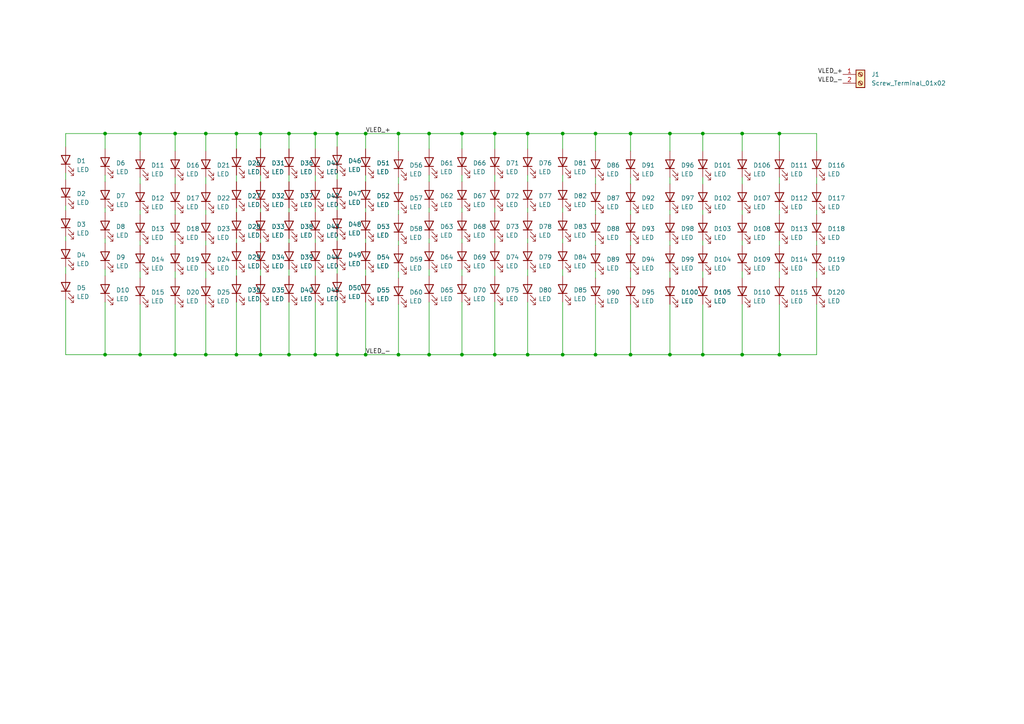
<source format=kicad_sch>
(kicad_sch (version 20230121) (generator eeschema)
  (paper "A4")
  (lib_symbols
    (symbol "Connector:Screw_Terminal_01x02" (pin_names (offset 1.016) hide)
      (property "Reference" "J" (at 0 2.54 0))
      (property "Value" "Screw_Terminal_01x02" (at 0 -5.08 0))
      (symbol "Screw_Terminal_01x02_1_1"
        (rectangle (start -1.27 1.27) (end 1.27 -3.81) (stroke (width 0.254)) (fill (type background)))
        (circle (center 0 -2.54) (radius 0.635) (stroke (width 0.1524)))
        (polyline (pts (xy -0.5334 -2.2098) (xy 0.3302 -3.048)) (stroke (width 0.1524)))
        (polyline (pts (xy -0.5334 0.3302) (xy 0.3302 -0.508)) (stroke (width 0.1524)))
        (polyline (pts (xy -0.3556 -2.032) (xy 0.508 -2.8702)) (stroke (width 0.1524)))
        (polyline (pts (xy -0.3556 0.508) (xy 0.508 -0.3302)) (stroke (width 0.1524)))
        (circle (center 0 0) (radius 0.635) (stroke (width 0.1524)))
        (pin passive line (at -5.08 0 0) (length 3.81) (name "Pin_1") (number "1"))
        (pin passive line (at -5.08 -2.54 0) (length 3.81) (name "Pin_2") (number "2"))
      )
    )
    (symbol "Device:LED" (pin_numbers hide) (pin_names (offset 1.016) hide)
      (property "Reference" "D" (at 0 2.54 0))
      (property "Value" "LED" (at 0 -2.54 0))
      (symbol "LED_0_1"
        (polyline (pts (xy -1.27 -1.27) (xy -1.27 1.27)) (stroke (width 0.254)))
        (polyline (pts (xy -1.27 0) (xy 1.27 0)))
        (polyline (pts (xy 1.27 -1.27) (xy 1.27 1.27) (xy -1.27 0) (xy 1.27 -1.27)) (stroke (width 0.254)))
        (polyline (pts (xy -3.048 -0.762) (xy -4.572 -2.286) (xy -3.81 -2.286) (xy -4.572 -2.286) (xy -4.572 -1.524)))
        (polyline (pts (xy -1.778 -0.762) (xy -3.302 -2.286) (xy -2.54 -2.286) (xy -3.302 -2.286) (xy -3.302 -1.524)))
      )
      (symbol "LED_1_1"
        (pin passive line (at -3.81 0 0) (length 2.54) (name "K") (number "1"))
        (pin passive line (at 3.81 0 180) (length 2.54) (name "A") (number "2"))
      )
    )
  )
  (junction (at 182.88 38.735))
  (junction (at 40.64 38.735))
  (junction (at 115.57 38.735))
  (junction (at 83.82 102.87))
  (junction (at 124.46 38.735))
  (junction (at 106.045 38.735))
  (junction (at 133.985 102.87))
  (junction (at 203.835 38.735))
  (junction (at 203.835 102.87))
  (junction (at 194.31 38.735))
  (junction (at 106.045 102.87))
  (junction (at 97.79 38.735))
  (junction (at 30.48 38.735))
  (junction (at 115.57 102.87))
  (junction (at 143.51 102.87))
  (junction (at 143.51 38.735))
  (junction (at 50.8 102.87))
  (junction (at 91.44 102.87))
  (junction (at 153.035 102.87))
  (junction (at 91.44 38.735))
  (junction (at 182.88 102.87))
  (junction (at 75.565 102.87))
  (junction (at 226.06 38.735))
  (junction (at 163.195 102.87))
  (junction (at 50.8 38.735))
  (junction (at 215.265 102.87))
  (junction (at 59.69 102.87))
  (junction (at 215.265 38.735))
  (junction (at 30.48 102.87))
  (junction (at 97.79 102.87))
  (junction (at 163.195 38.735))
  (junction (at 83.82 38.735))
  (junction (at 172.72 38.735))
  (junction (at 226.06 102.87))
  (junction (at 133.985 38.735))
  (junction (at 194.31 102.87))
  (junction (at 40.64 102.87))
  (junction (at 172.72 102.87))
  (junction (at 68.58 38.735))
  (junction (at 59.69 38.735))
  (junction (at 75.565 38.735))
  (junction (at 68.58 102.87))
  (junction (at 124.46 102.87))
  (junction (at 153.035 38.735))
  (wire (pts (xy 50.8 80.645) (xy 50.8 78.74)))
  (wire (pts (xy 124.46 52.705) (xy 124.46 50.8)))
  (wire (pts (xy 59.69 71.12) (xy 59.69 69.85)))
  (wire (pts (xy 226.06 62.23) (xy 226.06 60.96)))
  (wire (pts (xy 172.72 80.645) (xy 172.72 78.74)))
  (wire (pts (xy 97.79 102.87) (xy 106.045 102.87)))
  (wire (pts (xy 106.045 102.87) (xy 115.57 102.87)))
  (wire (pts (xy 106.045 87.63) (xy 106.045 102.87)))
  (wire (pts (xy 30.48 80.01) (xy 30.48 78.105)))
  (wire (pts (xy 30.48 52.705) (xy 30.48 50.8)))
  (wire (pts (xy 115.57 102.87) (xy 124.46 102.87)))
  (wire (pts (xy 133.985 102.87) (xy 143.51 102.87)))
  (wire (pts (xy 75.565 87.63) (xy 75.565 102.87)))
  (wire (pts (xy 172.72 53.34) (xy 172.72 51.435)))
  (wire (pts (xy 124.46 70.485) (xy 124.46 69.215)))
  (wire (pts (xy 215.265 71.12) (xy 215.265 69.85)))
  (wire (pts (xy 203.835 38.735) (xy 215.265 38.735)))
  (wire (pts (xy 143.51 80.01) (xy 143.51 78.105)))
  (wire (pts (xy 75.565 52.705) (xy 75.565 50.8)))
  (wire (pts (xy 75.565 61.595) (xy 75.565 60.325)))
  (wire (pts (xy 203.835 62.23) (xy 203.835 60.96)))
  (wire (pts (xy 97.79 38.735) (xy 106.045 38.735)))
  (wire (pts (xy 163.195 38.735) (xy 163.195 43.18)))
  (wire (pts (xy 133.985 80.01) (xy 133.985 78.105)))
  (wire (pts (xy 115.57 80.645) (xy 115.57 78.74)))
  (wire (pts (xy 75.565 38.735) (xy 83.82 38.735)))
  (wire (pts (xy 182.88 71.12) (xy 182.88 69.85)))
  (wire (pts (xy 68.58 102.87) (xy 75.565 102.87)))
  (wire (pts (xy 226.06 53.34) (xy 226.06 51.435)))
  (wire (pts (xy 124.46 87.63) (xy 124.46 102.87)))
  (wire (pts (xy 172.72 38.735) (xy 182.88 38.735)))
  (wire (pts (xy 30.48 102.87) (xy 40.64 102.87)))
  (wire (pts (xy 19.05 79.375) (xy 19.05 77.47)))
  (wire (pts (xy 40.64 71.12) (xy 40.64 69.85)))
  (wire (pts (xy 59.69 102.87) (xy 68.58 102.87)))
  (wire (pts (xy 182.88 38.735) (xy 194.31 38.735)))
  (wire (pts (xy 115.57 43.815) (xy 115.57 38.735)))
  (wire (pts (xy 182.88 62.23) (xy 182.88 60.96)))
  (wire (pts (xy 97.79 79.375) (xy 97.79 77.47)))
  (wire (pts (xy 236.855 53.34) (xy 236.855 51.435)))
  (wire (pts (xy 215.265 88.265) (xy 215.265 102.87)))
  (wire (pts (xy 172.72 71.12) (xy 172.72 69.85)))
  (wire (pts (xy 215.265 80.645) (xy 215.265 78.74)))
  (wire (pts (xy 194.31 38.735) (xy 203.835 38.735)))
  (wire (pts (xy 236.855 80.645) (xy 236.855 78.74)))
  (wire (pts (xy 19.05 38.735) (xy 30.48 38.735)))
  (wire (pts (xy 236.855 62.23) (xy 236.855 60.96)))
  (wire (pts (xy 194.31 88.265) (xy 194.31 102.87)))
  (wire (pts (xy 153.035 38.735) (xy 163.195 38.735)))
  (wire (pts (xy 124.46 61.595) (xy 124.46 60.325)))
  (wire (pts (xy 133.985 38.735) (xy 133.985 43.18)))
  (wire (pts (xy 203.835 80.645) (xy 203.835 78.74)))
  (wire (pts (xy 115.57 88.265) (xy 115.57 102.87)))
  (wire (pts (xy 68.58 80.01) (xy 68.58 78.105)))
  (wire (pts (xy 83.82 38.735) (xy 91.44 38.735)))
  (wire (pts (xy 19.05 69.85) (xy 19.05 68.58)))
  (wire (pts (xy 163.195 38.735) (xy 172.72 38.735)))
  (wire (pts (xy 83.82 61.595) (xy 83.82 60.325)))
  (wire (pts (xy 106.045 70.485) (xy 106.045 69.215)))
  (wire (pts (xy 75.565 80.01) (xy 75.565 78.105)))
  (wire (pts (xy 40.64 38.735) (xy 50.8 38.735)))
  (wire (pts (xy 133.985 70.485) (xy 133.985 69.215)))
  (wire (pts (xy 153.035 102.87) (xy 163.195 102.87)))
  (wire (pts (xy 163.195 80.01) (xy 163.195 78.105)))
  (wire (pts (xy 83.82 38.735) (xy 83.82 43.18)))
  (wire (pts (xy 68.58 43.18) (xy 68.58 38.735)))
  (wire (pts (xy 163.195 70.485) (xy 163.195 69.215)))
  (wire (pts (xy 133.985 61.595) (xy 133.985 60.325)))
  (wire (pts (xy 163.195 52.705) (xy 163.195 50.8)))
  (wire (pts (xy 91.44 70.485) (xy 91.44 69.215)))
  (wire (pts (xy 153.035 87.63) (xy 153.035 102.87)))
  (wire (pts (xy 115.57 38.735) (xy 124.46 38.735)))
  (wire (pts (xy 91.44 102.87) (xy 97.79 102.87)))
  (wire (pts (xy 203.835 71.12) (xy 203.835 69.85)))
  (wire (pts (xy 153.035 70.485) (xy 153.035 69.215)))
  (wire (pts (xy 106.045 38.735) (xy 106.045 43.18)))
  (wire (pts (xy 143.51 52.705) (xy 143.51 50.8)))
  (wire (pts (xy 226.06 102.87) (xy 236.855 102.87)))
  (wire (pts (xy 83.82 52.705) (xy 83.82 50.8)))
  (wire (pts (xy 194.31 62.23) (xy 194.31 60.96)))
  (wire (pts (xy 124.46 38.735) (xy 133.985 38.735)))
  (wire (pts (xy 91.44 52.705) (xy 91.44 50.8)))
  (wire (pts (xy 106.045 61.595) (xy 106.045 60.325)))
  (wire (pts (xy 50.8 38.735) (xy 59.69 38.735)))
  (wire (pts (xy 30.48 38.735) (xy 30.48 43.18)))
  (wire (pts (xy 50.8 88.265) (xy 50.8 102.87)))
  (wire (pts (xy 203.835 38.735) (xy 203.835 43.815)))
  (wire (pts (xy 226.06 88.265) (xy 226.06 102.87)))
  (wire (pts (xy 19.05 86.995) (xy 19.05 102.87)))
  (wire (pts (xy 153.035 61.595) (xy 153.035 60.325)))
  (wire (pts (xy 30.48 38.735) (xy 40.64 38.735)))
  (wire (pts (xy 40.64 62.23) (xy 40.64 60.96)))
  (wire (pts (xy 59.69 62.23) (xy 59.69 60.96)))
  (wire (pts (xy 163.195 87.63) (xy 163.195 102.87)))
  (wire (pts (xy 97.79 38.735) (xy 97.79 42.545)))
  (wire (pts (xy 75.565 38.735) (xy 75.565 43.18)))
  (wire (pts (xy 50.8 71.12) (xy 50.8 69.85)))
  (wire (pts (xy 68.58 70.485) (xy 68.58 69.215)))
  (wire (pts (xy 194.31 102.87) (xy 203.835 102.87)))
  (wire (pts (xy 91.44 87.63) (xy 91.44 102.87)))
  (wire (pts (xy 40.64 102.87) (xy 50.8 102.87)))
  (wire (pts (xy 203.835 53.34) (xy 203.835 51.435)))
  (wire (pts (xy 115.57 53.34) (xy 115.57 51.435)))
  (wire (pts (xy 226.06 38.735) (xy 226.06 43.815)))
  (wire (pts (xy 50.8 102.87) (xy 59.69 102.87)))
  (wire (pts (xy 75.565 70.485) (xy 75.565 69.215)))
  (wire (pts (xy 153.035 52.705) (xy 153.035 50.8)))
  (wire (pts (xy 143.51 102.87) (xy 153.035 102.87)))
  (wire (pts (xy 75.565 102.87) (xy 83.82 102.87)))
  (wire (pts (xy 97.79 52.07) (xy 97.79 50.165)))
  (wire (pts (xy 236.855 88.265) (xy 236.855 102.87)))
  (wire (pts (xy 133.985 87.63) (xy 133.985 102.87)))
  (wire (pts (xy 226.06 71.12) (xy 226.06 69.85)))
  (wire (pts (xy 133.985 38.735) (xy 143.51 38.735)))
  (wire (pts (xy 182.88 102.87) (xy 194.31 102.87)))
  (wire (pts (xy 153.035 80.01) (xy 153.035 78.105)))
  (wire (pts (xy 194.31 71.12) (xy 194.31 69.85)))
  (wire (pts (xy 30.48 61.595) (xy 30.48 60.325)))
  (wire (pts (xy 215.265 53.34) (xy 215.265 51.435)))
  (wire (pts (xy 19.05 52.07) (xy 19.05 50.165)))
  (wire (pts (xy 163.195 61.595) (xy 163.195 60.325)))
  (wire (pts (xy 40.64 53.34) (xy 40.64 51.435)))
  (wire (pts (xy 182.88 88.265) (xy 182.88 102.87)))
  (wire (pts (xy 215.265 38.735) (xy 215.265 43.815)))
  (wire (pts (xy 115.57 62.23) (xy 115.57 60.96)))
  (wire (pts (xy 30.48 70.485) (xy 30.48 69.215)))
  (wire (pts (xy 50.8 38.735) (xy 50.8 43.815)))
  (wire (pts (xy 91.44 38.735) (xy 97.79 38.735)))
  (wire (pts (xy 50.8 62.23) (xy 50.8 60.96)))
  (wire (pts (xy 172.72 62.23) (xy 172.72 60.96)))
  (wire (pts (xy 124.46 102.87) (xy 133.985 102.87)))
  (wire (pts (xy 115.57 71.12) (xy 115.57 69.85)))
  (wire (pts (xy 124.46 38.735) (xy 124.46 43.18)))
  (wire (pts (xy 40.64 80.645) (xy 40.64 78.74)))
  (wire (pts (xy 50.8 53.34) (xy 50.8 51.435)))
  (wire (pts (xy 97.79 60.96) (xy 97.79 59.69)))
  (wire (pts (xy 226.06 38.735) (xy 236.855 38.735)))
  (wire (pts (xy 91.44 80.01) (xy 91.44 78.105)))
  (wire (pts (xy 59.69 80.645) (xy 59.69 78.74)))
  (wire (pts (xy 30.48 87.63) (xy 30.48 102.87)))
  (wire (pts (xy 203.835 88.265) (xy 203.835 102.87)))
  (wire (pts (xy 106.045 80.01) (xy 106.045 78.105)))
  (wire (pts (xy 83.82 80.01) (xy 83.82 78.105)))
  (wire (pts (xy 97.79 69.85) (xy 97.79 68.58)))
  (wire (pts (xy 215.265 38.735) (xy 226.06 38.735)))
  (wire (pts (xy 124.46 80.01) (xy 124.46 78.105)))
  (wire (pts (xy 59.69 88.265) (xy 59.69 102.87)))
  (wire (pts (xy 19.05 102.87) (xy 30.48 102.87)))
  (wire (pts (xy 153.035 38.735) (xy 153.035 43.18)))
  (wire (pts (xy 83.82 102.87) (xy 91.44 102.87)))
  (wire (pts (xy 182.88 38.735) (xy 182.88 43.815)))
  (wire (pts (xy 194.31 80.645) (xy 194.31 78.74)))
  (wire (pts (xy 59.69 43.815) (xy 59.69 38.735)))
  (wire (pts (xy 163.195 102.87) (xy 172.72 102.87)))
  (wire (pts (xy 19.05 42.545) (xy 19.05 38.735)))
  (wire (pts (xy 91.44 43.18) (xy 91.44 38.735)))
  (wire (pts (xy 236.855 71.12) (xy 236.855 69.85)))
  (wire (pts (xy 143.51 38.735) (xy 153.035 38.735)))
  (wire (pts (xy 143.51 70.485) (xy 143.51 69.215)))
  (wire (pts (xy 106.045 38.735) (xy 115.57 38.735)))
  (wire (pts (xy 97.79 86.995) (xy 97.79 102.87)))
  (wire (pts (xy 68.58 52.705) (xy 68.58 50.8)))
  (wire (pts (xy 143.51 38.735) (xy 143.51 43.18)))
  (wire (pts (xy 194.31 38.735) (xy 194.31 43.815)))
  (wire (pts (xy 236.855 38.735) (xy 236.855 43.815)))
  (wire (pts (xy 91.44 61.595) (xy 91.44 60.325)))
  (wire (pts (xy 172.72 38.735) (xy 172.72 43.815)))
  (wire (pts (xy 83.82 87.63) (xy 83.82 102.87)))
  (wire (pts (xy 40.64 43.815) (xy 40.64 38.735)))
  (wire (pts (xy 194.31 53.34) (xy 194.31 51.435)))
  (wire (pts (xy 68.58 87.63) (xy 68.58 102.87)))
  (wire (pts (xy 133.985 52.705) (xy 133.985 50.8)))
  (wire (pts (xy 172.72 88.265) (xy 172.72 102.87)))
  (wire (pts (xy 203.835 102.87) (xy 215.265 102.87)))
  (wire (pts (xy 68.58 61.595) (xy 68.58 60.325)))
  (wire (pts (xy 143.51 61.595) (xy 143.51 60.325)))
  (wire (pts (xy 68.58 38.735) (xy 75.565 38.735)))
  (wire (pts (xy 59.69 38.735) (xy 68.58 38.735)))
  (wire (pts (xy 182.88 80.645) (xy 182.88 78.74)))
  (wire (pts (xy 106.045 52.705) (xy 106.045 50.8)))
  (wire (pts (xy 40.64 88.265) (xy 40.64 102.87)))
  (wire (pts (xy 19.05 60.96) (xy 19.05 59.69)))
  (wire (pts (xy 182.88 53.34) (xy 182.88 51.435)))
  (wire (pts (xy 172.72 102.87) (xy 182.88 102.87)))
  (wire (pts (xy 215.265 62.23) (xy 215.265 60.96)))
  (wire (pts (xy 215.265 102.87) (xy 226.06 102.87)))
  (wire (pts (xy 143.51 87.63) (xy 143.51 102.87)))
  (wire (pts (xy 59.69 53.34) (xy 59.69 51.435)))
  (wire (pts (xy 226.06 80.645) (xy 226.06 78.74)))
  (wire (pts (xy 83.82 70.485) (xy 83.82 69.215)))
  (label "VLED_+" (at 244.475 21.59 180))
  (label "VLED_+" (at 106.045 38.735 0))
  (label "VLED_-" (at 106.045 102.87 0))
  (label "VLED_-" (at 244.475 24.13 180))
  (symbol (lib_id "Device:LED") (at 172.72 47.625 90) (unit 1)
    (property "Reference" "D86" (at 175.895 47.9425 90) (effects (justify right)))
    (property "Value" "LED" (at 175.895 50.4825 90) (effects (justify right)))
    (property "Footprint" "LED_THT:LED_D5.0mm_FlatTop" (effects hide))
  )
  (symbol (lib_id "Device:LED") (at 133.985 46.99 90) (unit 1)
    (property "Reference" "D66" (at 137.16 47.3075 90) (effects (justify right)))
    (property "Value" "LED" (at 137.16 49.8475 90) (effects (justify right)))
    (property "Footprint" "LED_THT:LED_D5.0mm_FlatTop" (effects hide))
  )
  (symbol (lib_id "Device:LED") (at 97.79 73.66 90) (unit 1)
    (property "Reference" "D49" (at 100.965 73.9775 90) (effects (justify right)))
    (property "Value" "LED" (at 100.965 76.5175 90) (effects (justify right)))
    (property "Footprint" "LED_THT:LED_D5.0mm_FlatTop" (effects hide))
  )
  (symbol (lib_id "Device:LED") (at 106.045 65.405 90) (unit 1)
    (property "Reference" "D53" (at 109.22 65.7225 90) (effects (justify right)))
    (property "Value" "LED" (at 109.22 68.2625 90) (effects (justify right)))
    (property "Footprint" "LED_THT:LED_D5.0mm_FlatTop" (effects hide))
  )
  (symbol (lib_id "Device:LED") (at 19.05 64.77 90) (unit 1)
    (property "Reference" "D3" (at 22.225 65.0875 90) (effects (justify right)))
    (property "Value" "LED" (at 22.225 67.6275 90) (effects (justify right)))
    (property "Footprint" "LED_THT:LED_D5.0mm_FlatTop" (effects hide))
  )
  (symbol (lib_id "Device:LED") (at 215.265 74.93 90) (unit 1)
    (property "Reference" "D109" (at 218.44 75.2475 90) (effects (justify right)))
    (property "Value" "LED" (at 218.44 77.7875 90) (effects (justify right)))
    (property "Footprint" "LED_THT:LED_D5.0mm_FlatTop" (effects hide))
  )
  (symbol (lib_id "Device:LED") (at 194.31 47.625 90) (unit 1)
    (property "Reference" "D96" (at 197.485 47.9425 90) (effects (justify right)))
    (property "Value" "LED" (at 197.485 50.4825 90) (effects (justify right)))
    (property "Footprint" "LED_THT:LED_D5.0mm_FlatTop" (effects hide))
  )
  (symbol (lib_id "Device:LED") (at 83.82 65.405 90) (unit 1)
    (property "Reference" "D38" (at 86.995 65.7225 90) (effects (justify right)))
    (property "Value" "LED" (at 86.995 68.2625 90) (effects (justify right)))
    (property "Footprint" "LED_THT:LED_D5.0mm_FlatTop" (effects hide))
  )
  (symbol (lib_id "Device:LED") (at 40.64 66.04 90) (unit 1)
    (property "Reference" "D13" (at 43.815 66.3575 90) (effects (justify right)))
    (property "Value" "LED" (at 43.815 68.8975 90) (effects (justify right)))
    (property "Footprint" "LED_THT:LED_D5.0mm_FlatTop" (effects hide))
  )
  (symbol (lib_id "Device:LED") (at 226.06 47.625 90) (unit 1)
    (property "Reference" "D111" (at 229.235 47.9425 90) (effects (justify right)))
    (property "Value" "LED" (at 229.235 50.4825 90) (effects (justify right)))
    (property "Footprint" "LED_THT:LED_D5.0mm_FlatTop" (effects hide))
  )
  (symbol (lib_id "Device:LED") (at 19.05 83.185 90) (unit 1)
    (property "Reference" "D5" (at 22.225 83.5025 90) (effects (justify right)))
    (property "Value" "LED" (at 22.225 86.0425 90) (effects (justify right)))
    (property "Footprint" "LED_THT:LED_D5.0mm_FlatTop" (effects hide))
  )
  (symbol (lib_id "Device:LED") (at 59.69 57.15 90) (unit 1)
    (property "Reference" "D22" (at 62.865 57.4675 90) (effects (justify right)))
    (property "Value" "LED" (at 62.865 60.0075 90) (effects (justify right)))
    (property "Footprint" "LED_THT:LED_D5.0mm_FlatTop" (effects hide))
  )
  (symbol (lib_id "Device:LED") (at 194.31 66.04 90) (unit 1)
    (property "Reference" "D98" (at 197.485 66.3575 90) (effects (justify right)))
    (property "Value" "LED" (at 197.485 68.8975 90) (effects (justify right)))
    (property "Footprint" "LED_THT:LED_D5.0mm_FlatTop" (effects hide))
  )
  (symbol (lib_id "Device:LED") (at 68.58 83.82 90) (unit 1)
    (property "Reference" "D30" (at 71.755 84.1375 90) (effects (justify right)))
    (property "Value" "LED" (at 71.755 86.6775 90) (effects (justify right)))
    (property "Footprint" "LED_THT:LED_D5.0mm_FlatTop" (effects hide))
  )
  (symbol (lib_id "Device:LED") (at 236.855 57.15 90) (unit 1)
    (property "Reference" "D117" (at 240.03 57.4675 90) (effects (justify right)))
    (property "Value" "LED" (at 240.03 60.0075 90) (effects (justify right)))
    (property "Footprint" "LED_THT:LED_D5.0mm_FlatTop" (effects hide))
  )
  (symbol (lib_id "Device:LED") (at 106.045 74.295 90) (unit 1)
    (property "Reference" "D54" (at 109.22 74.6125 90) (effects (justify right)))
    (property "Value" "LED" (at 109.22 77.1525 90) (effects (justify right)))
    (property "Footprint" "LED_THT:LED_D5.0mm_FlatTop" (effects hide))
  )
  (symbol (lib_id "Device:LED") (at 97.79 83.185 90) (unit 1)
    (property "Reference" "D50" (at 100.965 83.5025 90) (effects (justify right)))
    (property "Value" "LED" (at 100.965 86.0425 90) (effects (justify right)))
    (property "Footprint" "LED_THT:LED_D5.0mm_FlatTop" (effects hide))
  )
  (symbol (lib_id "Device:LED") (at 153.035 65.405 90) (unit 1)
    (property "Reference" "D78" (at 156.21 65.7225 90) (effects (justify right)))
    (property "Value" "LED" (at 156.21 68.2625 90) (effects (justify right)))
    (property "Footprint" "LED_THT:LED_D5.0mm_FlatTop" (effects hide))
  )
  (symbol (lib_id "Device:LED") (at 115.57 47.625 90) (unit 1)
    (property "Reference" "D56" (at 118.745 47.9425 90) (effects (justify right)))
    (property "Value" "LED" (at 118.745 50.4825 90) (effects (justify right)))
    (property "Footprint" "LED_THT:LED_D5.0mm_FlatTop" (effects hide))
  )
  (symbol (lib_id "Device:LED") (at 163.195 65.405 90) (unit 1)
    (property "Reference" "D83" (at 166.37 65.7225 90) (effects (justify right)))
    (property "Value" "LED" (at 166.37 68.2625 90) (effects (justify right)))
    (property "Footprint" "LED_THT:LED_D5.0mm_FlatTop" (effects hide))
  )
  (symbol (lib_id "Device:LED") (at 68.58 56.515 90) (unit 1)
    (property "Reference" "D27" (at 71.755 56.8325 90) (effects (justify right)))
    (property "Value" "LED" (at 71.755 59.3725 90) (effects (justify right)))
    (property "Footprint" "LED_THT:LED_D5.0mm_FlatTop" (effects hide))
  )
  (symbol (lib_id "Device:LED") (at 50.8 66.04 90) (unit 1)
    (property "Reference" "D18" (at 53.975 66.3575 90) (effects (justify right)))
    (property "Value" "LED" (at 53.975 68.8975 90) (effects (justify right)))
    (property "Footprint" "LED_THT:LED_D5.0mm_FlatTop" (effects hide))
  )
  (symbol (lib_id "Device:LED") (at 40.64 57.15 90) (unit 1)
    (property "Reference" "D12" (at 43.815 57.4675 90) (effects (justify right)))
    (property "Value" "LED" (at 43.815 60.0075 90) (effects (justify right)))
    (property "Footprint" "LED_THT:LED_D5.0mm_FlatTop" (effects hide))
  )
  (symbol (lib_id "Device:LED") (at 236.855 84.455 90) (unit 1)
    (property "Reference" "D120" (at 240.03 84.7725 90) (effects (justify right)))
    (property "Value" "LED" (at 240.03 87.3125 90) (effects (justify right)))
    (property "Footprint" "LED_THT:LED_D5.0mm_FlatTop" (effects hide))
  )
  (symbol (lib_id "Device:LED") (at 163.195 46.99 90) (unit 1)
    (property "Reference" "D81" (at 166.37 47.3075 90) (effects (justify right)))
    (property "Value" "LED" (at 166.37 49.8475 90) (effects (justify right)))
    (property "Footprint" "LED_THT:LED_D5.0mm_FlatTop" (effects hide))
  )
  (symbol (lib_id "Device:LED") (at 143.51 46.99 90) (unit 1)
    (property "Reference" "D71" (at 146.685 47.3075 90) (effects (justify right)))
    (property "Value" "LED" (at 146.685 49.8475 90) (effects (justify right)))
    (property "Footprint" "LED_THT:LED_D5.0mm_FlatTop" (effects hide))
  )
  (symbol (lib_id "Device:LED") (at 124.46 74.295 90) (unit 1)
    (property "Reference" "D64" (at 127.635 74.6125 90) (effects (justify right)))
    (property "Value" "LED" (at 127.635 77.1525 90) (effects (justify right)))
    (property "Footprint" "LED_THT:LED_D5.0mm_FlatTop" (effects hide))
  )
  (symbol (lib_id "Device:LED") (at 115.57 84.455 90) (unit 1)
    (property "Reference" "D60" (at 118.745 84.7725 90) (effects (justify right)))
    (property "Value" "LED" (at 118.745 87.3125 90) (effects (justify right)))
    (property "Footprint" "LED_THT:LED_D5.0mm_FlatTop" (effects hide))
  )
  (symbol (lib_id "Device:LED") (at 50.8 47.625 90) (unit 1)
    (property "Reference" "D16" (at 53.975 47.9425 90) (effects (justify right)))
    (property "Value" "LED" (at 53.975 50.4825 90) (effects (justify right)))
    (property "Footprint" "LED_THT:LED_D5.0mm_FlatTop" (effects hide))
  )
  (symbol (lib_id "Device:LED") (at 124.46 56.515 90) (unit 1)
    (property "Reference" "D62" (at 127.635 56.8325 90) (effects (justify right)))
    (property "Value" "LED" (at 127.635 59.3725 90) (effects (justify right)))
    (property "Footprint" "LED_THT:LED_D5.0mm_FlatTop" (effects hide))
  )
  (symbol (lib_id "Device:LED") (at 40.64 74.93 90) (unit 1)
    (property "Reference" "D14" (at 43.815 75.2475 90) (effects (justify right)))
    (property "Value" "LED" (at 43.815 77.7875 90) (effects (justify right)))
    (property "Footprint" "LED_THT:LED_D5.0mm_FlatTop" (effects hide))
  )
  (symbol (lib_id "Device:LED") (at 182.88 57.15 90) (unit 1)
    (property "Reference" "D92" (at 186.055 57.4675 90) (effects (justify right)))
    (property "Value" "LED" (at 186.055 60.0075 90) (effects (justify right)))
    (property "Footprint" "LED_THT:LED_D5.0mm_FlatTop" (effects hide))
  )
  (symbol (lib_id "Device:LED") (at 68.58 74.295 90) (unit 1)
    (property "Reference" "D29" (at 71.755 74.6125 90) (effects (justify right)))
    (property "Value" "LED" (at 71.755 77.1525 90) (effects (justify right)))
    (property "Footprint" "LED_THT:LED_D5.0mm_FlatTop" (effects hide))
  )
  (symbol (lib_id "Device:LED") (at 226.06 66.04 90) (unit 1)
    (property "Reference" "D113" (at 229.235 66.3575 90) (effects (justify right)))
    (property "Value" "LED" (at 229.235 68.8975 90) (effects (justify right)))
    (property "Footprint" "LED_THT:LED_D5.0mm_FlatTop" (effects hide))
  )
  (symbol (lib_id "Device:LED") (at 75.565 74.295 90) (unit 1)
    (property "Reference" "D34" (at 78.74 74.6125 90) (effects (justify right)))
    (property "Value" "LED" (at 78.74 77.1525 90) (effects (justify right)))
    (property "Footprint" "LED_THT:LED_D5.0mm_FlatTop" (effects hide))
  )
  (symbol (lib_id "Device:LED") (at 59.69 66.04 90) (unit 1)
    (property "Reference" "D23" (at 62.865 66.3575 90) (effects (justify right)))
    (property "Value" "LED" (at 62.865 68.8975 90) (effects (justify right)))
    (property "Footprint" "LED_THT:LED_D5.0mm_FlatTop" (effects hide))
  )
  (symbol (lib_id "Device:LED") (at 153.035 74.295 90) (unit 1)
    (property "Reference" "D79" (at 156.21 74.6125 90) (effects (justify right)))
    (property "Value" "LED" (at 156.21 77.1525 90) (effects (justify right)))
    (property "Footprint" "LED_THT:LED_D5.0mm_FlatTop" (effects hide))
  )
  (symbol (lib_id "Device:LED") (at 30.48 56.515 90) (unit 1)
    (property "Reference" "D7" (at 33.655 56.8325 90) (effects (justify right)))
    (property "Value" "LED" (at 33.655 59.3725 90) (effects (justify right)))
    (property "Footprint" "LED_THT:LED_D5.0mm_FlatTop" (effects hide))
  )
  (symbol (lib_id "Device:LED") (at 50.8 74.93 90) (unit 1)
    (property "Reference" "D19" (at 53.975 75.2475 90) (effects (justify right)))
    (property "Value" "LED" (at 53.975 77.7875 90) (effects (justify right)))
    (property "Footprint" "LED_THT:LED_D5.0mm_FlatTop" (effects hide))
  )
  (symbol (lib_id "Device:LED") (at 172.72 66.04 90) (unit 1)
    (property "Reference" "D88" (at 175.895 66.3575 90) (effects (justify right)))
    (property "Value" "LED" (at 175.895 68.8975 90) (effects (justify right)))
    (property "Footprint" "LED_THT:LED_D5.0mm_FlatTop" (effects hide))
  )
  (symbol (lib_id "Device:LED") (at 75.565 46.99 90) (unit 1)
    (property "Reference" "D31" (at 78.74 47.3075 90) (effects (justify right)))
    (property "Value" "LED" (at 78.74 49.8475 90) (effects (justify right)))
    (property "Footprint" "LED_THT:LED_D5.0mm_FlatTop" (effects hide))
  )
  (symbol (lib_id "Device:LED") (at 172.72 57.15 90) (unit 1)
    (property "Reference" "D87" (at 175.895 57.4675 90) (effects (justify right)))
    (property "Value" "LED" (at 175.895 60.0075 90) (effects (justify right)))
    (property "Footprint" "LED_THT:LED_D5.0mm_FlatTop" (effects hide))
  )
  (symbol (lib_id "Device:LED") (at 124.46 83.82 90) (unit 1)
    (property "Reference" "D65" (at 127.635 84.1375 90) (effects (justify right)))
    (property "Value" "LED" (at 127.635 86.6775 90) (effects (justify right)))
    (property "Footprint" "LED_THT:LED_D5.0mm_FlatTop" (effects hide))
  )
  (symbol (lib_id "Device:LED") (at 215.265 57.15 90) (unit 1)
    (property "Reference" "D107" (at 218.44 57.4675 90) (effects (justify right)))
    (property "Value" "LED" (at 218.44 60.0075 90) (effects (justify right)))
    (property "Footprint" "LED_THT:LED_D5.0mm_FlatTop" (effects hide))
  )
  (symbol (lib_id "Device:LED") (at 59.69 74.93 90) (unit 1)
    (property "Reference" "D24" (at 62.865 75.2475 90) (effects (justify right)))
    (property "Value" "LED" (at 62.865 77.7875 90) (effects (justify right)))
    (property "Footprint" "LED_THT:LED_D5.0mm_FlatTop" (effects hide))
  )
  (symbol (lib_id "Device:LED") (at 59.69 47.625 90) (unit 1)
    (property "Reference" "D21" (at 62.865 47.9425 90) (effects (justify right)))
    (property "Value" "LED" (at 62.865 50.4825 90) (effects (justify right)))
    (property "Footprint" "LED_THT:LED_D5.0mm_FlatTop" (effects hide))
  )
  (symbol (lib_id "Device:LED") (at 153.035 83.82 90) (unit 1)
    (property "Reference" "D80" (at 156.21 84.1375 90) (effects (justify right)))
    (property "Value" "LED" (at 156.21 86.6775 90) (effects (justify right)))
    (property "Footprint" "LED_THT:LED_D5.0mm_FlatTop" (effects hide))
  )
  (symbol (lib_id "Device:LED") (at 68.58 46.99 90) (unit 1)
    (property "Reference" "D26" (at 71.755 47.3075 90) (effects (justify right)))
    (property "Value" "LED" (at 71.755 49.8475 90) (effects (justify right)))
    (property "Footprint" "LED_THT:LED_D5.0mm_FlatTop" (effects hide))
  )
  (symbol (lib_id "Device:LED") (at 91.44 74.295 90) (unit 1)
    (property "Reference" "D44" (at 94.615 74.6125 90) (effects (justify right)))
    (property "Value" "LED" (at 94.615 77.1525 90) (effects (justify right)))
    (property "Footprint" "LED_THT:LED_D5.0mm_FlatTop" (effects hide))
  )
  (symbol (lib_id "Device:LED") (at 215.265 66.04 90) (unit 1)
    (property "Reference" "D108" (at 218.44 66.3575 90) (effects (justify right)))
    (property "Value" "LED" (at 218.44 68.8975 90) (effects (justify right)))
    (property "Footprint" "LED_THT:LED_D5.0mm_FlatTop" (effects hide))
  )
  (symbol (lib_id "Device:LED") (at 19.05 55.88 90) (unit 1)
    (property "Reference" "D2" (at 22.225 56.1975 90) (effects (justify right)))
    (property "Value" "LED" (at 22.225 58.7375 90) (effects (justify right)))
    (property "Footprint" "LED_THT:LED_D5.0mm_FlatTop" (effects hide))
  )
  (symbol (lib_id "Device:LED") (at 115.57 66.04 90) (unit 1)
    (property "Reference" "D58" (at 118.745 66.3575 90) (effects (justify right)))
    (property "Value" "LED" (at 118.745 68.8975 90) (effects (justify right)))
    (property "Footprint" "LED_THT:LED_D5.0mm_FlatTop" (effects hide))
  )
  (symbol (lib_id "Device:LED") (at 91.44 65.405 90) (unit 1)
    (property "Reference" "D43" (at 94.615 65.7225 90) (effects (justify right)))
    (property "Value" "LED" (at 94.615 68.2625 90) (effects (justify right)))
    (property "Footprint" "LED_THT:LED_D5.0mm_FlatTop" (effects hide))
  )
  (symbol (lib_id "Device:LED") (at 153.035 46.99 90) (unit 1)
    (property "Reference" "D76" (at 156.21 47.3075 90) (effects (justify right)))
    (property "Value" "LED" (at 156.21 49.8475 90) (effects (justify right)))
    (property "Footprint" "LED_THT:LED_D5.0mm_FlatTop" (effects hide))
  )
  (symbol (lib_id "Device:LED") (at 153.035 56.515 90) (unit 1)
    (property "Reference" "D77" (at 156.21 56.8325 90) (effects (justify right)))
    (property "Value" "LED" (at 156.21 59.3725 90) (effects (justify right)))
    (property "Footprint" "LED_THT:LED_D5.0mm_FlatTop" (effects hide))
  )
  (symbol (lib_id "Device:LED") (at 124.46 65.405 90) (unit 1)
    (property "Reference" "D63" (at 127.635 65.7225 90) (effects (justify right)))
    (property "Value" "LED" (at 127.635 68.2625 90) (effects (justify right)))
    (property "Footprint" "LED_THT:LED_D5.0mm_FlatTop" (effects hide))
  )
  (symbol (lib_id "Device:LED") (at 203.835 66.04 90) (unit 1)
    (property "Reference" "D103" (at 207.01 66.3575 90) (effects (justify right)))
    (property "Value" "LED" (at 207.01 68.8975 90) (effects (justify right)))
    (property "Footprint" "LED_THT:LED_D5.0mm_FlatTop" (effects hide))
  )
  (symbol (lib_id "Device:LED") (at 143.51 56.515 90) (unit 1)
    (property "Reference" "D72" (at 146.685 56.8325 90) (effects (justify right)))
    (property "Value" "LED" (at 146.685 59.3725 90) (effects (justify right)))
    (property "Footprint" "LED_THT:LED_D5.0mm_FlatTop" (effects hide))
  )
  (symbol (lib_id "Device:LED") (at 172.72 84.455 90) (unit 1)
    (property "Reference" "D90" (at 175.895 84.7725 90) (effects (justify right)))
    (property "Value" "LED" (at 175.895 87.3125 90) (effects (justify right)))
    (property "Footprint" "LED_THT:LED_D5.0mm_FlatTop" (effects hide))
  )
  (symbol (lib_id "Device:LED") (at 75.565 83.82 90) (unit 1)
    (property "Reference" "D35" (at 78.74 84.1375 90) (effects (justify right)))
    (property "Value" "LED" (at 78.74 86.6775 90) (effects (justify right)))
    (property "Footprint" "LED_THT:LED_D5.0mm_FlatTop" (effects hide))
  )
  (symbol (lib_id "Device:LED") (at 215.265 84.455 90) (unit 1)
    (property "Reference" "D110" (at 218.44 84.7725 90) (effects (justify right)))
    (property "Value" "LED" (at 218.44 87.3125 90) (effects (justify right)))
    (property "Footprint" "LED_THT:LED_D5.0mm_FlatTop" (effects hide))
  )
  (symbol (lib_id "Device:LED") (at 115.57 57.15 90) (unit 1)
    (property "Reference" "D57" (at 118.745 57.4675 90) (effects (justify right)))
    (property "Value" "LED" (at 118.745 60.0075 90) (effects (justify right)))
    (property "Footprint" "LED_THT:LED_D5.0mm_FlatTop" (effects hide))
  )
  (symbol (lib_id "Device:LED") (at 203.835 84.455 90) (unit 1)
    (property "Reference" "D105" (at 207.01 84.7725 90) (effects (justify right)))
    (property "Value" "LED" (at 207.01 87.3125 90) (effects (justify right)))
    (property "Footprint" "LED_THT:LED_D5.0mm_FlatTop" (effects hide))
  )
  (symbol (lib_id "Device:LED") (at 83.82 83.82 90) (unit 1)
    (property "Reference" "D40" (at 86.995 84.1375 90) (effects (justify right)))
    (property "Value" "LED" (at 86.995 86.6775 90) (effects (justify right)))
    (property "Footprint" "LED_THT:LED_D5.0mm_FlatTop" (effects hide))
  )
  (symbol (lib_id "Device:LED") (at 133.985 65.405 90) (unit 1)
    (property "Reference" "D68" (at 137.16 65.7225 90) (effects (justify right)))
    (property "Value" "LED" (at 137.16 68.2625 90) (effects (justify right)))
    (property "Footprint" "LED_THT:LED_D5.0mm_FlatTop" (effects hide))
  )
  (symbol (lib_id "Device:LED") (at 30.48 65.405 90) (unit 1)
    (property "Reference" "D8" (at 33.655 65.7225 90) (effects (justify right)))
    (property "Value" "LED" (at 33.655 68.2625 90) (effects (justify right)))
    (property "Footprint" "LED_THT:LED_D5.0mm_FlatTop" (effects hide))
  )
  (symbol (lib_id "Device:LED") (at 50.8 84.455 90) (unit 1)
    (property "Reference" "D20" (at 53.975 84.7725 90) (effects (justify right)))
    (property "Value" "LED" (at 53.975 87.3125 90) (effects (justify right)))
    (property "Footprint" "LED_THT:LED_D5.0mm_FlatTop" (effects hide))
  )
  (symbol (lib_id "Device:LED") (at 194.31 74.93 90) (unit 1)
    (property "Reference" "D99" (at 197.485 75.2475 90) (effects (justify right)))
    (property "Value" "LED" (at 197.485 77.7875 90) (effects (justify right)))
    (property "Footprint" "LED_THT:LED_D5.0mm_FlatTop" (effects hide))
  )
  (symbol (lib_id "Device:LED") (at 163.195 74.295 90) (unit 1)
    (property "Reference" "D84" (at 166.37 74.6125 90) (effects (justify right)))
    (property "Value" "LED" (at 166.37 77.1525 90) (effects (justify right)))
    (property "Footprint" "LED_THT:LED_D5.0mm_FlatTop" (effects hide))
  )
  (symbol (lib_id "Device:LED") (at 30.48 46.99 90) (unit 1)
    (property "Reference" "D6" (at 33.655 47.3075 90) (effects (justify right)))
    (property "Value" "LED" (at 33.655 49.8475 90) (effects (justify right)))
    (property "Footprint" "LED_THT:LED_D5.0mm_FlatTop" (effects hide))
  )
  (symbol (lib_id "Device:LED") (at 91.44 56.515 90) (unit 1)
    (property "Reference" "D42" (at 94.615 56.8325 90) (effects (justify right)))
    (property "Value" "LED" (at 94.615 59.3725 90) (effects (justify right)))
    (property "Footprint" "LED_THT:LED_D5.0mm_FlatTop" (effects hide))
  )
  (symbol (lib_id "Device:LED") (at 59.69 84.455 90) (unit 1)
    (property "Reference" "D25" (at 62.865 84.7725 90) (effects (justify right)))
    (property "Value" "LED" (at 62.865 87.3125 90) (effects (justify right)))
    (property "Footprint" "LED_THT:LED_D5.0mm_FlatTop" (effects hide))
  )
  (symbol (lib_id "Device:LED") (at 203.835 57.15 90) (unit 1)
    (property "Reference" "D102" (at 207.01 57.4675 90) (effects (justify right)))
    (property "Value" "LED" (at 207.01 60.0075 90) (effects (justify right)))
    (property "Footprint" "LED_THT:LED_D5.0mm_FlatTop" (effects hide))
  )
  (symbol (lib_id "Device:LED") (at 97.79 55.88 90) (unit 1)
    (property "Reference" "D47" (at 100.965 56.1975 90) (effects (justify right)))
    (property "Value" "LED" (at 100.965 58.7375 90) (effects (justify right)))
    (property "Footprint" "LED_THT:LED_D5.0mm_FlatTop" (effects hide))
  )
  (symbol (lib_id "Device:LED") (at 215.265 47.625 90) (unit 1)
    (property "Reference" "D106" (at 218.44 47.9425 90) (effects (justify right)))
    (property "Value" "LED" (at 218.44 50.4825 90) (effects (justify right)))
    (property "Footprint" "LED_THT:LED_D5.0mm_FlatTop" (effects hide))
  )
  (symbol (lib_id "Device:LED") (at 143.51 83.82 90) (unit 1)
    (property "Reference" "D75" (at 146.685 84.1375 90) (effects (justify right)))
    (property "Value" "LED" (at 146.685 86.6775 90) (effects (justify right)))
    (property "Footprint" "LED_THT:LED_D5.0mm_FlatTop" (effects hide))
  )
  (symbol (lib_id "Device:LED") (at 91.44 46.99 90) (unit 1)
    (property "Reference" "D41" (at 94.615 47.3075 90) (effects (justify right)))
    (property "Value" "LED" (at 94.615 49.8475 90) (effects (justify right)))
    (property "Footprint" "LED_THT:LED_D5.0mm_FlatTop" (effects hide))
  )
  (symbol (lib_id "Device:LED") (at 106.045 46.99 90) (unit 1)
    (property "Reference" "D51" (at 109.22 47.3075 90) (effects (justify right)))
    (property "Value" "LED" (at 109.22 49.8475 90) (effects (justify right)))
    (property "Footprint" "LED_THT:LED_D5.0mm_FlatTop" (effects hide))
  )
  (symbol (lib_id "Device:LED") (at 226.06 57.15 90) (unit 1)
    (property "Reference" "D112" (at 229.235 57.4675 90) (effects (justify right)))
    (property "Value" "LED" (at 229.235 60.0075 90) (effects (justify right)))
    (property "Footprint" "LED_THT:LED_D5.0mm_FlatTop" (effects hide))
  )
  (symbol (lib_id "Device:LED") (at 40.64 84.455 90) (unit 1)
    (property "Reference" "D15" (at 43.815 84.7725 90) (effects (justify right)))
    (property "Value" "LED" (at 43.815 87.3125 90) (effects (justify right)))
    (property "Footprint" "LED_THT:LED_D5.0mm_FlatTop" (effects hide))
  )
  (symbol (lib_id "Connector:Screw_Terminal_01x02") (at 249.555 21.59 0) (unit 1)
    (property "Reference" "J1" (at 252.73 21.59 0) (effects (justify left)))
    (property "Value" "Screw_Terminal_01x02" (at 252.73 24.13 0) (effects (justify left)))
    (property "Footprint" "IoWLabsConnectors:Tb-2x1-5p-TH-V" (effects hide))
  )
  (symbol (lib_id "Device:LED") (at 133.985 56.515 90) (unit 1)
    (property "Reference" "D67" (at 137.16 56.8325 90) (effects (justify right)))
    (property "Value" "LED" (at 137.16 59.3725 90) (effects (justify right)))
    (property "Footprint" "LED_THT:LED_D5.0mm_FlatTop" (effects hide))
  )
  (symbol (lib_id "Device:LED") (at 19.05 46.355 90) (unit 1)
    (property "Reference" "D1" (at 22.225 46.6725 90) (effects (justify right)))
    (property "Value" "LED" (at 22.225 49.2125 90) (effects (justify right)))
    (property "Footprint" "LED_THT:LED_D5.0mm_FlatTop" (effects hide))
  )
  (symbol (lib_id "Device:LED") (at 203.835 74.93 90) (unit 1)
    (property "Reference" "D104" (at 207.01 75.2475 90) (effects (justify right)))
    (property "Value" "LED" (at 207.01 77.7875 90) (effects (justify right)))
    (property "Footprint" "LED_THT:LED_D5.0mm_FlatTop" (effects hide))
  )
  (symbol (lib_id "Device:LED") (at 75.565 65.405 90) (unit 1)
    (property "Reference" "D33" (at 78.74 65.7225 90) (effects (justify right)))
    (property "Value" "LED" (at 78.74 68.2625 90) (effects (justify right)))
    (property "Footprint" "LED_THT:LED_D5.0mm_FlatTop" (effects hide))
  )
  (symbol (lib_id "Device:LED") (at 83.82 74.295 90) (unit 1)
    (property "Reference" "D39" (at 86.995 74.6125 90) (effects (justify right)))
    (property "Value" "LED" (at 86.995 77.1525 90) (effects (justify right)))
    (property "Footprint" "LED_THT:LED_D5.0mm_FlatTop" (effects hide))
  )
  (symbol (lib_id "Device:LED") (at 182.88 74.93 90) (unit 1)
    (property "Reference" "D94" (at 186.055 75.2475 90) (effects (justify right)))
    (property "Value" "LED" (at 186.055 77.7875 90) (effects (justify right)))
    (property "Footprint" "LED_THT:LED_D5.0mm_FlatTop" (effects hide))
  )
  (symbol (lib_id "Device:LED") (at 68.58 65.405 90) (unit 1)
    (property "Reference" "D28" (at 71.755 65.7225 90) (effects (justify right)))
    (property "Value" "LED" (at 71.755 68.2625 90) (effects (justify right)))
    (property "Footprint" "LED_THT:LED_D5.0mm_FlatTop" (effects hide))
  )
  (symbol (lib_id "Device:LED") (at 203.835 47.625 90) (unit 1)
    (property "Reference" "D101" (at 207.01 47.9425 90) (effects (justify right)))
    (property "Value" "LED" (at 207.01 50.4825 90) (effects (justify right)))
    (property "Footprint" "LED_THT:LED_D5.0mm_FlatTop" (effects hide))
  )
  (symbol (lib_id "Device:LED") (at 115.57 74.93 90) (unit 1)
    (property "Reference" "D59" (at 118.745 75.2475 90) (effects (justify right)))
    (property "Value" "LED" (at 118.745 77.7875 90) (effects (justify right)))
    (property "Footprint" "LED_THT:LED_D5.0mm_FlatTop" (effects hide))
  )
  (symbol (lib_id "Device:LED") (at 182.88 84.455 90) (unit 1)
    (property "Reference" "D95" (at 186.055 84.7725 90) (effects (justify right)))
    (property "Value" "LED" (at 186.055 87.3125 90) (effects (justify right)))
    (property "Footprint" "LED_THT:LED_D5.0mm_FlatTop" (effects hide))
  )
  (symbol (lib_id "Device:LED") (at 91.44 83.82 90) (unit 1)
    (property "Reference" "D45" (at 94.615 84.1375 90) (effects (justify right)))
    (property "Value" "LED" (at 94.615 86.6775 90) (effects (justify right)))
    (property "Footprint" "LED_THT:LED_D5.0mm_FlatTop" (effects hide))
  )
  (symbol (lib_id "Device:LED") (at 30.48 83.82 90) (unit 1)
    (property "Reference" "D10" (at 33.655 84.1375 90) (effects (justify right)))
    (property "Value" "LED" (at 33.655 86.6775 90) (effects (justify right)))
    (property "Footprint" "LED_THT:LED_D5.0mm_FlatTop" (effects hide))
  )
  (symbol (lib_id "Device:LED") (at 133.985 83.82 90) (unit 1)
    (property "Reference" "D70" (at 137.16 84.1375 90) (effects (justify right)))
    (property "Value" "LED" (at 137.16 86.6775 90) (effects (justify right)))
    (property "Footprint" "LED_THT:LED_D5.0mm_FlatTop" (effects hide))
  )
  (symbol (lib_id "Device:LED") (at 97.79 46.355 90) (unit 1)
    (property "Reference" "D46" (at 100.965 46.6725 90) (effects (justify right)))
    (property "Value" "LED" (at 100.965 49.2125 90) (effects (justify right)))
    (property "Footprint" "LED_THT:LED_D5.0mm_FlatTop" (effects hide))
  )
  (symbol (lib_id "Device:LED") (at 50.8 57.15 90) (unit 1)
    (property "Reference" "D17" (at 53.975 57.4675 90) (effects (justify right)))
    (property "Value" "LED" (at 53.975 60.0075 90) (effects (justify right)))
    (property "Footprint" "LED_THT:LED_D5.0mm_FlatTop" (effects hide))
  )
  (symbol (lib_id "Device:LED") (at 106.045 56.515 90) (unit 1)
    (property "Reference" "D52" (at 109.22 56.8325 90) (effects (justify right)))
    (property "Value" "LED" (at 109.22 59.3725 90) (effects (justify right)))
    (property "Footprint" "LED_THT:LED_D5.0mm_FlatTop" (effects hide))
  )
  (symbol (lib_id "Device:LED") (at 163.195 83.82 90) (unit 1)
    (property "Reference" "D85" (at 166.37 84.1375 90) (effects (justify right)))
    (property "Value" "LED" (at 166.37 86.6775 90) (effects (justify right)))
    (property "Footprint" "LED_THT:LED_D5.0mm_FlatTop" (effects hide))
  )
  (symbol (lib_id "Device:LED") (at 75.565 56.515 90) (unit 1)
    (property "Reference" "D32" (at 78.74 56.8325 90) (effects (justify right)))
    (property "Value" "LED" (at 78.74 59.3725 90) (effects (justify right)))
    (property "Footprint" "LED_THT:LED_D5.0mm_FlatTop" (effects hide))
  )
  (symbol (lib_id "Device:LED") (at 40.64 47.625 90) (unit 1)
    (property "Reference" "D11" (at 43.815 47.9425 90) (effects (justify right)))
    (property "Value" "LED" (at 43.815 50.4825 90) (effects (justify right)))
    (property "Footprint" "LED_THT:LED_D5.0mm_FlatTop" (effects hide))
  )
  (symbol (lib_id "Device:LED") (at 194.31 57.15 90) (unit 1)
    (property "Reference" "D97" (at 197.485 57.4675 90) (effects (justify right)))
    (property "Value" "LED" (at 197.485 60.0075 90) (effects (justify right)))
    (property "Footprint" "LED_THT:LED_D5.0mm_FlatTop" (effects hide))
  )
  (symbol (lib_id "Device:LED") (at 19.05 73.66 90) (unit 1)
    (property "Reference" "D4" (at 22.225 73.9775 90) (effects (justify right)))
    (property "Value" "LED" (at 22.225 76.5175 90) (effects (justify right)))
    (property "Footprint" "LED_THT:LED_D5.0mm_FlatTop" (effects hide))
  )
  (symbol (lib_id "Device:LED") (at 236.855 47.625 90) (unit 1)
    (property "Reference" "D116" (at 240.03 47.9425 90) (effects (justify right)))
    (property "Value" "LED" (at 240.03 50.4825 90) (effects (justify right)))
    (property "Footprint" "LED_THT:LED_D5.0mm_FlatTop" (effects hide))
  )
  (symbol (lib_id "Device:LED") (at 226.06 84.455 90) (unit 1)
    (property "Reference" "D115" (at 229.235 84.7725 90) (effects (justify right)))
    (property "Value" "LED" (at 229.235 87.3125 90) (effects (justify right)))
    (property "Footprint" "LED_THT:LED_D5.0mm_FlatTop" (effects hide))
  )
  (symbol (lib_id "Device:LED") (at 124.46 46.99 90) (unit 1)
    (property "Reference" "D61" (at 127.635 47.3075 90) (effects (justify right)))
    (property "Value" "LED" (at 127.635 49.8475 90) (effects (justify right)))
    (property "Footprint" "LED_THT:LED_D5.0mm_FlatTop" (effects hide))
  )
  (symbol (lib_id "Device:LED") (at 83.82 56.515 90) (unit 1)
    (property "Reference" "D37" (at 86.995 56.8325 90) (effects (justify right)))
    (property "Value" "LED" (at 86.995 59.3725 90) (effects (justify right)))
    (property "Footprint" "LED_THT:LED_D5.0mm_FlatTop" (effects hide))
  )
  (symbol (lib_id "Device:LED") (at 106.045 83.82 90) (unit 1)
    (property "Reference" "D55" (at 109.22 84.1375 90) (effects (justify right)))
    (property "Value" "LED" (at 109.22 86.6775 90) (effects (justify right)))
    (property "Footprint" "LED_THT:LED_D5.0mm_FlatTop" (effects hide))
  )
  (symbol (lib_id "Device:LED") (at 30.48 74.295 90) (unit 1)
    (property "Reference" "D9" (at 33.655 74.6125 90) (effects (justify right)))
    (property "Value" "LED" (at 33.655 77.1525 90) (effects (justify right)))
    (property "Footprint" "LED_THT:LED_D5.0mm_FlatTop" (effects hide))
  )
  (symbol (lib_id "Device:LED") (at 163.195 56.515 90) (unit 1)
    (property "Reference" "D82" (at 166.37 56.8325 90) (effects (justify right)))
    (property "Value" "LED" (at 166.37 59.3725 90) (effects (justify right)))
    (property "Footprint" "LED_THT:LED_D5.0mm_FlatTop" (effects hide))
  )
  (symbol (lib_id "Device:LED") (at 194.31 84.455 90) (unit 1)
    (property "Reference" "D100" (at 197.485 84.7725 90) (effects (justify right)))
    (property "Value" "LED" (at 197.485 87.3125 90) (effects (justify right)))
    (property "Footprint" "LED_THT:LED_D5.0mm_FlatTop" (effects hide))
  )
  (symbol (lib_id "Device:LED") (at 172.72 74.93 90) (unit 1)
    (property "Reference" "D89" (at 175.895 75.2475 90) (effects (justify right)))
    (property "Value" "LED" (at 175.895 77.7875 90) (effects (justify right)))
    (property "Footprint" "LED_THT:LED_D5.0mm_FlatTop" (effects hide))
  )
  (symbol (lib_id "Device:LED") (at 143.51 74.295 90) (unit 1)
    (property "Reference" "D74" (at 146.685 74.6125 90) (effects (justify right)))
    (property "Value" "LED" (at 146.685 77.1525 90) (effects (justify right)))
    (property "Footprint" "LED_THT:LED_D5.0mm_FlatTop" (effects hide))
  )
  (symbol (lib_id "Device:LED") (at 236.855 66.04 90) (unit 1)
    (property "Reference" "D118" (at 240.03 66.3575 90) (effects (justify right)))
    (property "Value" "LED" (at 240.03 68.8975 90) (effects (justify right)))
    (property "Footprint" "LED_THT:LED_D5.0mm_FlatTop" (effects hide))
  )
  (symbol (lib_id "Device:LED") (at 182.88 47.625 90) (unit 1)
    (property "Reference" "D91" (at 186.055 47.9425 90) (effects (justify right)))
    (property "Value" "LED" (at 186.055 50.4825 90) (effects (justify right)))
    (property "Footprint" "LED_THT:LED_D5.0mm_FlatTop" (effects hide))
  )
  (symbol (lib_id "Device:LED") (at 97.79 64.77 90) (unit 1)
    (property "Reference" "D48" (at 100.965 65.0875 90) (effects (justify right)))
    (property "Value" "LED" (at 100.965 67.6275 90) (effects (justify right)))
    (property "Footprint" "LED_THT:LED_D5.0mm_FlatTop" (effects hide))
  )
  (symbol (lib_id "Device:LED") (at 133.985 74.295 90) (unit 1)
    (property "Reference" "D69" (at 137.16 74.6125 90) (effects (justify right)))
    (property "Value" "LED" (at 137.16 77.1525 90) (effects (justify right)))
    (property "Footprint" "LED_THT:LED_D5.0mm_FlatTop" (effects hide))
  )
  (symbol (lib_id "Device:LED") (at 143.51 65.405 90) (unit 1)
    (property "Reference" "D73" (at 146.685 65.7225 90) (effects (justify right)))
    (property "Value" "LED" (at 146.685 68.2625 90) (effects (justify right)))
    (property "Footprint" "LED_THT:LED_D5.0mm_FlatTop" (effects hide))
  )
  (symbol (lib_id "Device:LED") (at 226.06 74.93 90) (unit 1)
    (property "Reference" "D114" (at 229.235 75.2475 90) (effects (justify right)))
    (property "Value" "LED" (at 229.235 77.7875 90) (effects (justify right)))
    (property "Footprint" "LED_THT:LED_D5.0mm_FlatTop" (effects hide))
  )
  (symbol (lib_id "Device:LED") (at 236.855 74.93 90) (unit 1)
    (property "Reference" "D119" (at 240.03 75.2475 90) (effects (justify right)))
    (property "Value" "LED" (at 240.03 77.7875 90) (effects (justify right)))
    (property "Footprint" "LED_THT:LED_D5.0mm_FlatTop" (effects hide))
  )
  (symbol (lib_id "Device:LED") (at 182.88 66.04 90) (unit 1)
    (property "Reference" "D93" (at 186.055 66.3575 90) (effects (justify right)))
    (property "Value" "LED" (at 186.055 68.8975 90) (effects (justify right)))
    (property "Footprint" "LED_THT:LED_D5.0mm_FlatTop" (effects hide))
  )
  (symbol (lib_id "Device:LED") (at 83.82 46.99 90) (unit 1)
    (property "Reference" "D36" (at 86.995 47.3075 90) (effects (justify right)))
    (property "Value" "LED" (at 86.995 49.8475 90) (effects (justify right)))
    (property "Footprint" "LED_THT:LED_D5.0mm_FlatTop" (effects hide))
  )
)
</source>
